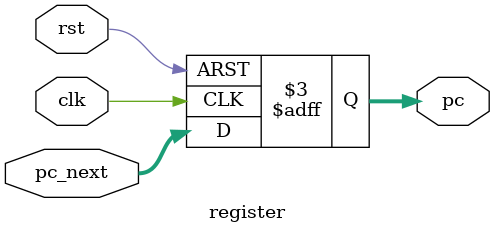
<source format=v>
module register
(
	input clk,
	input rst,
	input [31:0] pc_next,
	output reg [31:0] pc
);

always @(posedge clk or negedge rst)
	if(~rst)
		pc <= {32{1'b0}};
	else
		pc <= pc_next;
endmodule

</source>
